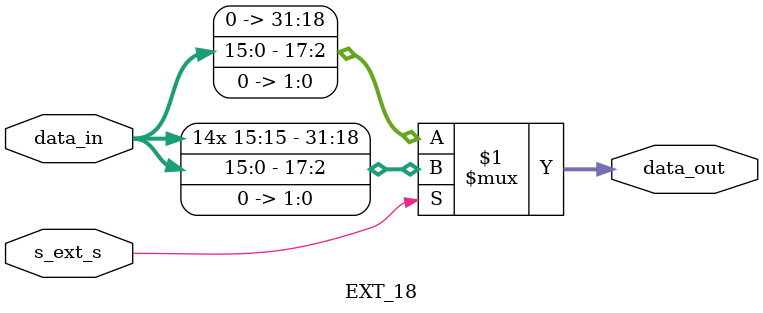
<source format=v>
module EXT_18 (
    input s_ext_s, // Means of extention.
    input [15:0] data_in, //Data to input.
    output [31:0] data_out //Data to output.
);
    assign data_out = s_ext_s ? {{14{data_in[15]}}, data_in, 2'b0} : {14'b0, data_in, 2'b0};

endmodule

</source>
